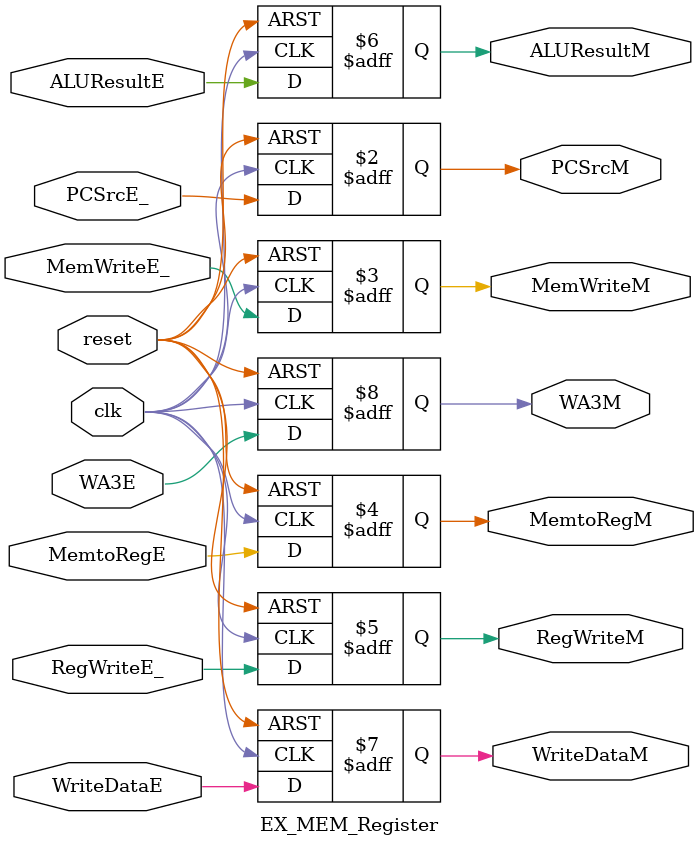
<source format=v>
module EX_MEM_Register (
    input wire clk,
    input wire reset,
    input wire PCSrcE_,
    input wire RegWriteE_,
    input wire MemWriteE_,
    input wire MemtoRegE,
    input wire ALUResultE,
    input wire WriteDataE,
    input wire WA3E,
    output reg PCSrcM,
    output reg MemWriteM,
    output reg MemtoRegM,
    output reg RegWriteM,
    output reg ALUResultM,
    output reg WriteDataM,
    output reg WA3M
);


    always @(posedge clk or posedge reset) begin
        if (reset) begin
            PCSrcM      <= 1'b0;
            MemWriteM   <= 1'b0;
            MemtoRegM   <= 1'b0;
            RegWriteM   <= 1'b0;
            ALUResultM <= 32'b0;
            WriteDataM <= 32'b0;
            WA3M <= 4'b0;
        end
        else begin
            PCSrcM      <= PCSrcE_;
            MemWriteM   <= MemWriteE_;
            MemtoRegM   <= MemtoRegE;
            RegWriteM   <= RegWriteE_;
            ALUResultM <= ALUResultE;
            WriteDataM <= WriteDataE;
            WA3M <= WA3E; 
            
        end
    end

endmodule

</source>
